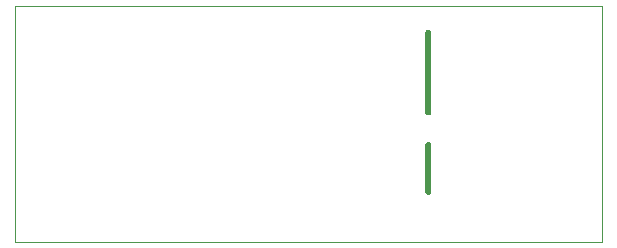
<source format=gbr>
%TF.GenerationSoftware,Altium Limited,Altium Designer,19.0.15 (446)*%
G04 Layer_Color=0*
%FSLAX26Y26*%
%MOIN*%
%TF.FileFunction,Profile,NP*%
%TF.Part,Single*%
G01*
G75*
%TA.AperFunction,Profile*%
%ADD132C,0.001000*%
G36*
X1368110Y433070D02*
X1368109Y431112D01*
X1369607Y427494D01*
X1372376Y424725D01*
X1375994Y423226D01*
X1379910Y423226D01*
X1383528Y424725D01*
X1386297Y427494D01*
X1387795Y431112D01*
X1387794Y433070D01*
X1387795Y433070D01*
X1387795Y698695D01*
X1387697Y700653D01*
X1386018Y704196D01*
X1383111Y706827D01*
X1379418Y708145D01*
X1375502Y707949D01*
X1371959Y706269D01*
X1369329Y703361D01*
X1368011Y699668D01*
X1368110Y697710D01*
Y697711D01*
X1368110Y433070D01*
D02*
G37*
G36*
X1368110Y167322D02*
X1368110Y165364D01*
X1369608Y161746D01*
X1372376Y158977D01*
X1375994Y157478D01*
X1379910Y157478D01*
X1383528Y158977D01*
X1386297Y161746D01*
X1387795Y165364D01*
X1387794Y167322D01*
X1387795Y167322D01*
X1387795Y324500D01*
X1387795Y326458D01*
X1386297Y330076D01*
X1383528Y332845D01*
X1379910Y334344D01*
X1375994Y334344D01*
X1372377Y332845D01*
X1369608Y330076D01*
X1368110Y326457D01*
X1368110Y324499D01*
Y324500D01*
X1368110Y167322D01*
D02*
G37*
D132*
X1958661Y787401D02*
Y-0D01*
X-0Y-0D01*
Y787402D01*
X1958661Y787401D01*
%TF.MD5,f9f1be222021b4b5456ca26375bef987*%
M02*

</source>
